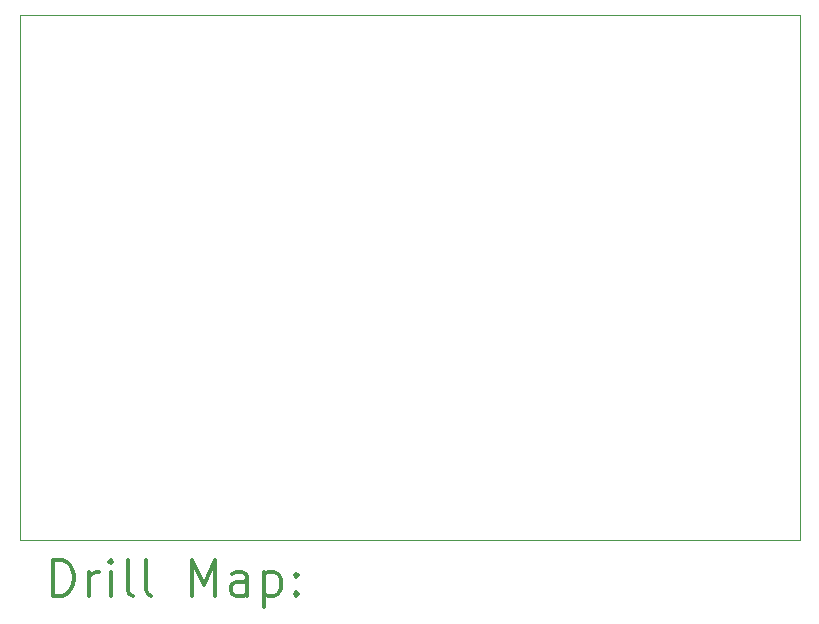
<source format=gbr>
%FSLAX45Y45*%
G04 Gerber Fmt 4.5, Leading zero omitted, Abs format (unit mm)*
G04 Created by KiCad (PCBNEW (5.1.6)-1) date 2021-12-10 20:44:59*
%MOMM*%
%LPD*%
G01*
G04 APERTURE LIST*
%TA.AperFunction,Profile*%
%ADD10C,0.050000*%
%TD*%
%ADD11C,0.200000*%
%ADD12C,0.300000*%
G04 APERTURE END LIST*
D10*
X8128000Y-7366000D02*
X8128000Y-2921000D01*
X14732000Y-7366000D02*
X8128000Y-7366000D01*
X14732000Y-2921000D02*
X14732000Y-7366000D01*
X8128000Y-2921000D02*
X14732000Y-2921000D01*
D11*
D12*
X8411928Y-7834214D02*
X8411928Y-7534214D01*
X8483357Y-7534214D01*
X8526214Y-7548500D01*
X8554786Y-7577071D01*
X8569071Y-7605643D01*
X8583357Y-7662786D01*
X8583357Y-7705643D01*
X8569071Y-7762786D01*
X8554786Y-7791357D01*
X8526214Y-7819929D01*
X8483357Y-7834214D01*
X8411928Y-7834214D01*
X8711928Y-7834214D02*
X8711928Y-7634214D01*
X8711928Y-7691357D02*
X8726214Y-7662786D01*
X8740500Y-7648500D01*
X8769071Y-7634214D01*
X8797643Y-7634214D01*
X8897643Y-7834214D02*
X8897643Y-7634214D01*
X8897643Y-7534214D02*
X8883357Y-7548500D01*
X8897643Y-7562786D01*
X8911928Y-7548500D01*
X8897643Y-7534214D01*
X8897643Y-7562786D01*
X9083357Y-7834214D02*
X9054786Y-7819929D01*
X9040500Y-7791357D01*
X9040500Y-7534214D01*
X9240500Y-7834214D02*
X9211928Y-7819929D01*
X9197643Y-7791357D01*
X9197643Y-7534214D01*
X9583357Y-7834214D02*
X9583357Y-7534214D01*
X9683357Y-7748500D01*
X9783357Y-7534214D01*
X9783357Y-7834214D01*
X10054786Y-7834214D02*
X10054786Y-7677071D01*
X10040500Y-7648500D01*
X10011928Y-7634214D01*
X9954786Y-7634214D01*
X9926214Y-7648500D01*
X10054786Y-7819929D02*
X10026214Y-7834214D01*
X9954786Y-7834214D01*
X9926214Y-7819929D01*
X9911928Y-7791357D01*
X9911928Y-7762786D01*
X9926214Y-7734214D01*
X9954786Y-7719929D01*
X10026214Y-7719929D01*
X10054786Y-7705643D01*
X10197643Y-7634214D02*
X10197643Y-7934214D01*
X10197643Y-7648500D02*
X10226214Y-7634214D01*
X10283357Y-7634214D01*
X10311928Y-7648500D01*
X10326214Y-7662786D01*
X10340500Y-7691357D01*
X10340500Y-7777071D01*
X10326214Y-7805643D01*
X10311928Y-7819929D01*
X10283357Y-7834214D01*
X10226214Y-7834214D01*
X10197643Y-7819929D01*
X10469071Y-7805643D02*
X10483357Y-7819929D01*
X10469071Y-7834214D01*
X10454786Y-7819929D01*
X10469071Y-7805643D01*
X10469071Y-7834214D01*
X10469071Y-7648500D02*
X10483357Y-7662786D01*
X10469071Y-7677071D01*
X10454786Y-7662786D01*
X10469071Y-7648500D01*
X10469071Y-7677071D01*
M02*

</source>
